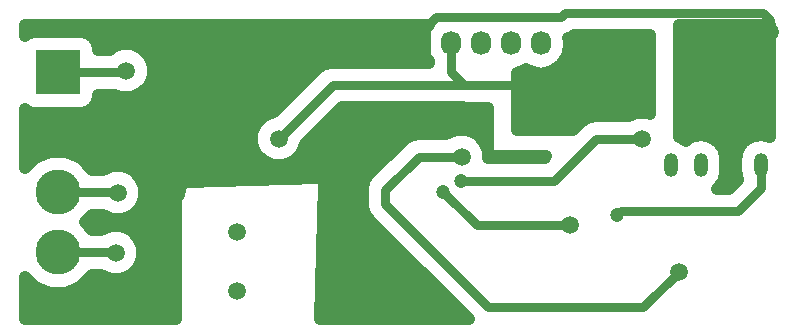
<source format=gbr>
G04 #@! TF.FileFunction,Copper,L2,Bot,Signal*
%FSLAX46Y46*%
G04 Gerber Fmt 4.6, Leading zero omitted, Abs format (unit mm)*
G04 Created by KiCad (PCBNEW 4.0.6) date Monday, 04 July 2022 'AMt' 08:15:58*
%MOMM*%
%LPD*%
G01*
G04 APERTURE LIST*
%ADD10C,0.100000*%
%ADD11O,1.200000X2.000000*%
%ADD12C,1.500000*%
%ADD13R,1.727200X2.032000*%
%ADD14O,1.727200X2.032000*%
%ADD15C,3.810000*%
%ADD16R,3.810000X3.810000*%
%ADD17C,1.200000*%
%ADD18C,0.800000*%
%ADD19C,1.000000*%
G04 APERTURE END LIST*
D10*
D11*
X64530000Y15180000D03*
X61990000Y15180000D03*
X59450000Y15180000D03*
X56910000Y15180000D03*
D12*
X20190000Y4490000D03*
X20190000Y9490000D03*
D13*
X35770000Y25490000D03*
D14*
X38310000Y25490000D03*
X40850000Y25490000D03*
X43390000Y25490000D03*
X45930000Y25490000D03*
D15*
X5010000Y17940000D03*
X5010000Y12860000D03*
D16*
X5010000Y23020000D03*
D15*
X5010000Y7780000D03*
D17*
X37640000Y12920000D03*
D12*
X48360000Y10090000D03*
X65340000Y26480000D03*
X58900000Y19130000D03*
X49340000Y25530000D03*
X23730000Y17410000D03*
X10820000Y23160000D03*
D17*
X52330000Y10920000D03*
D12*
X54450000Y17350000D03*
D17*
X39130000Y13870000D03*
D12*
X57580000Y6170000D03*
X39200000Y15890000D03*
X10090000Y12840000D03*
X9940000Y7770000D03*
D18*
X37640000Y12920000D02*
X37670000Y12920000D01*
X40500000Y10090000D02*
X48360000Y10090000D01*
X37670000Y12920000D02*
X40500000Y10090000D01*
X35770000Y25490000D02*
X35770000Y26400000D01*
X35770000Y26400000D02*
X37070000Y27700000D01*
X65340000Y27430000D02*
X65340000Y26480000D01*
X64690000Y28080000D02*
X65340000Y27430000D01*
X48000000Y28080000D02*
X64690000Y28080000D01*
X47620000Y27700000D02*
X48000000Y28080000D01*
X37070000Y27700000D02*
X47620000Y27700000D01*
X5010000Y17940000D02*
X20650000Y17940000D01*
X28200000Y25490000D02*
X35770000Y25490000D01*
X20650000Y17940000D02*
X28200000Y25490000D01*
X65340000Y25570000D02*
X65340000Y26480000D01*
X58900000Y19130000D02*
X65340000Y25570000D01*
X49300000Y25490000D02*
X49300000Y22250000D01*
X49340000Y25530000D02*
X49300000Y25490000D01*
X28285000Y21965000D02*
X39415000Y21965000D01*
X23730000Y17410000D02*
X28285000Y21965000D01*
X49300000Y22250000D02*
X48990000Y21940000D01*
X48990000Y21940000D02*
X39440000Y21940000D01*
X39440000Y21940000D02*
X39415000Y21965000D01*
X38310000Y23070000D02*
X38310000Y25490000D01*
X39415000Y21965000D02*
X38310000Y23070000D01*
X5010000Y23020000D02*
X10680000Y23020000D01*
X10680000Y23020000D02*
X10820000Y23160000D01*
X64530000Y13210000D02*
X64530000Y15180000D01*
X62610000Y11290000D02*
X64530000Y13210000D01*
X52700000Y11290000D02*
X62610000Y11290000D01*
X52330000Y10920000D02*
X52700000Y11290000D01*
X47030000Y13870000D02*
X39130000Y13870000D01*
X50590000Y17430000D02*
X47030000Y13870000D01*
X54370000Y17430000D02*
X50590000Y17430000D01*
X54450000Y17350000D02*
X54370000Y17430000D01*
X39170000Y13830000D02*
X39170000Y13720000D01*
X39130000Y13870000D02*
X39170000Y13830000D01*
X35560000Y15890000D02*
X39200000Y15890000D01*
X32740000Y13070000D02*
X35560000Y15890000D01*
X32740000Y11880000D02*
X32740000Y13070000D01*
X41460000Y3160000D02*
X32740000Y11880000D01*
X54570000Y3160000D02*
X41460000Y3160000D01*
X57580000Y6170000D02*
X54570000Y3160000D01*
X39200000Y15890000D02*
X39320000Y15890000D01*
X10070000Y12860000D02*
X5010000Y12860000D01*
X10090000Y12840000D02*
X10070000Y12860000D01*
X5010000Y7780000D02*
X9930000Y7780000D01*
X9930000Y7780000D02*
X9940000Y7770000D01*
D19*
G36*
X55130000Y19503903D02*
X54899516Y19599608D01*
X54004411Y19600390D01*
X53350018Y19330000D01*
X50590000Y19330000D01*
X49862901Y19185371D01*
X49246497Y18773503D01*
X48630177Y18157183D01*
X43860000Y18141632D01*
X43860000Y23018198D01*
X44294511Y23104627D01*
X44660000Y23348839D01*
X45025489Y23104627D01*
X45930000Y22924709D01*
X46834511Y23104627D01*
X47601318Y23616991D01*
X48113682Y24383798D01*
X48293600Y25288309D01*
X48293600Y25691691D01*
X48247239Y25924766D01*
X48347099Y25944629D01*
X48699357Y26180000D01*
X55130000Y26180000D01*
X55130000Y19503903D01*
X55130000Y19503903D01*
G37*
X55130000Y19503903D02*
X54899516Y19599608D01*
X54004411Y19600390D01*
X53350018Y19330000D01*
X50590000Y19330000D01*
X49862901Y19185371D01*
X49246497Y18773503D01*
X48630177Y18157183D01*
X43860000Y18141632D01*
X43860000Y23018198D01*
X44294511Y23104627D01*
X44660000Y23348839D01*
X45025489Y23104627D01*
X45930000Y22924709D01*
X46834511Y23104627D01*
X47601318Y23616991D01*
X48113682Y24383798D01*
X48293600Y25288309D01*
X48293600Y25691691D01*
X48247239Y25924766D01*
X48347099Y25944629D01*
X48699357Y26180000D01*
X55130000Y26180000D01*
X55130000Y19503903D01*
G36*
X36126318Y26596202D02*
X35946400Y25691691D01*
X35946400Y25288309D01*
X36126318Y24383798D01*
X36410000Y23959238D01*
X36410000Y23865000D01*
X28285000Y23865000D01*
X27557902Y23720372D01*
X26941497Y23308503D01*
X23293376Y19660382D01*
X23284411Y19660390D01*
X22457142Y19318569D01*
X21823655Y18686187D01*
X21480392Y17859516D01*
X21479610Y16964411D01*
X21821431Y16137142D01*
X22453813Y15503655D01*
X23280484Y15160392D01*
X24175589Y15159610D01*
X25002858Y15501431D01*
X25636345Y16133813D01*
X25979608Y16960484D01*
X25979619Y16972613D01*
X29072006Y20065000D01*
X39314317Y20065000D01*
X39440000Y20040000D01*
X41450000Y20040000D01*
X41450000Y16420000D01*
X41489393Y16225472D01*
X41601365Y16061596D01*
X41768271Y15954195D01*
X41950000Y15920000D01*
X46392994Y15920000D01*
X46242994Y15770000D01*
X41449896Y15770000D01*
X41450390Y16335589D01*
X41108569Y17162858D01*
X40476187Y17796345D01*
X39649516Y18139608D01*
X38754411Y18140390D01*
X37927142Y17798569D01*
X37918558Y17790000D01*
X35560000Y17790000D01*
X34832901Y17645371D01*
X34390847Y17350000D01*
X34216497Y17233503D01*
X31396497Y14413503D01*
X30984629Y13797099D01*
X30840000Y13070000D01*
X30840000Y11880000D01*
X30984629Y11152901D01*
X31360486Y10590392D01*
X31396497Y10536497D01*
X39797994Y2135000D01*
X27260890Y2135000D01*
X27519871Y13548658D01*
X27481236Y13753032D01*
X27369797Y13917271D01*
X27203239Y14025213D01*
X27007809Y14059851D01*
X15937809Y13789851D01*
X15692212Y13718422D01*
X15545842Y13584375D01*
X15463156Y13403942D01*
X15293976Y12681082D01*
X15146447Y12533553D01*
X15039393Y12374528D01*
X15000000Y12180000D01*
X15000000Y2135000D01*
X2235000Y2135000D01*
X2235000Y5740242D01*
X3078704Y4895065D01*
X4329732Y4375592D01*
X5684325Y4374410D01*
X6936258Y4891698D01*
X7894935Y5848704D01*
X7907930Y5880000D01*
X8647497Y5880000D01*
X8663813Y5863655D01*
X9490484Y5520392D01*
X10385589Y5519610D01*
X11212858Y5861431D01*
X11846345Y6493813D01*
X12189608Y7320484D01*
X12190390Y8215589D01*
X11848569Y9042858D01*
X11216187Y9676345D01*
X10389516Y10019608D01*
X9494411Y10020390D01*
X8670605Y9680000D01*
X7909152Y9680000D01*
X7898302Y9706258D01*
X7285399Y10320231D01*
X7894935Y10928704D01*
X7907930Y10960000D01*
X8787514Y10960000D01*
X8813813Y10933655D01*
X9640484Y10590392D01*
X10535589Y10589610D01*
X11362858Y10931431D01*
X11996345Y11563813D01*
X12339608Y12390484D01*
X12340390Y13285589D01*
X11998569Y14112858D01*
X11366187Y14746345D01*
X10539516Y15089608D01*
X9644411Y15090390D01*
X8844807Y14760000D01*
X7909152Y14760000D01*
X7898302Y14786258D01*
X6941296Y15744935D01*
X5690268Y16264408D01*
X4335675Y16265590D01*
X3083742Y15748302D01*
X2235000Y14901039D01*
X2235000Y19893996D01*
X2509983Y19706108D01*
X3105000Y19585614D01*
X6915000Y19585614D01*
X7470867Y19690207D01*
X7981396Y20018724D01*
X8323892Y20519983D01*
X8444386Y21115000D01*
X8444386Y21120000D01*
X9865691Y21120000D01*
X10370484Y20910392D01*
X11265589Y20909610D01*
X12092858Y21251431D01*
X12726345Y21883813D01*
X13069608Y22710484D01*
X13070390Y23605589D01*
X12728569Y24432858D01*
X12096187Y25066345D01*
X11269516Y25409608D01*
X10374411Y25410390D01*
X9547142Y25068569D01*
X9398313Y24920000D01*
X8444386Y24920000D01*
X8444386Y24925000D01*
X8339793Y25480867D01*
X8011276Y25991396D01*
X7510017Y26333892D01*
X6915000Y26454386D01*
X3105000Y26454386D01*
X2549133Y26349793D01*
X2235000Y26147654D01*
X2235000Y27075000D01*
X36446241Y27075000D01*
X36126318Y26596202D01*
X36126318Y26596202D01*
G37*
X36126318Y26596202D02*
X35946400Y25691691D01*
X35946400Y25288309D01*
X36126318Y24383798D01*
X36410000Y23959238D01*
X36410000Y23865000D01*
X28285000Y23865000D01*
X27557902Y23720372D01*
X26941497Y23308503D01*
X23293376Y19660382D01*
X23284411Y19660390D01*
X22457142Y19318569D01*
X21823655Y18686187D01*
X21480392Y17859516D01*
X21479610Y16964411D01*
X21821431Y16137142D01*
X22453813Y15503655D01*
X23280484Y15160392D01*
X24175589Y15159610D01*
X25002858Y15501431D01*
X25636345Y16133813D01*
X25979608Y16960484D01*
X25979619Y16972613D01*
X29072006Y20065000D01*
X39314317Y20065000D01*
X39440000Y20040000D01*
X41450000Y20040000D01*
X41450000Y16420000D01*
X41489393Y16225472D01*
X41601365Y16061596D01*
X41768271Y15954195D01*
X41950000Y15920000D01*
X46392994Y15920000D01*
X46242994Y15770000D01*
X41449896Y15770000D01*
X41450390Y16335589D01*
X41108569Y17162858D01*
X40476187Y17796345D01*
X39649516Y18139608D01*
X38754411Y18140390D01*
X37927142Y17798569D01*
X37918558Y17790000D01*
X35560000Y17790000D01*
X34832901Y17645371D01*
X34390847Y17350000D01*
X34216497Y17233503D01*
X31396497Y14413503D01*
X30984629Y13797099D01*
X30840000Y13070000D01*
X30840000Y11880000D01*
X30984629Y11152901D01*
X31360486Y10590392D01*
X31396497Y10536497D01*
X39797994Y2135000D01*
X27260890Y2135000D01*
X27519871Y13548658D01*
X27481236Y13753032D01*
X27369797Y13917271D01*
X27203239Y14025213D01*
X27007809Y14059851D01*
X15937809Y13789851D01*
X15692212Y13718422D01*
X15545842Y13584375D01*
X15463156Y13403942D01*
X15293976Y12681082D01*
X15146447Y12533553D01*
X15039393Y12374528D01*
X15000000Y12180000D01*
X15000000Y2135000D01*
X2235000Y2135000D01*
X2235000Y5740242D01*
X3078704Y4895065D01*
X4329732Y4375592D01*
X5684325Y4374410D01*
X6936258Y4891698D01*
X7894935Y5848704D01*
X7907930Y5880000D01*
X8647497Y5880000D01*
X8663813Y5863655D01*
X9490484Y5520392D01*
X10385589Y5519610D01*
X11212858Y5861431D01*
X11846345Y6493813D01*
X12189608Y7320484D01*
X12190390Y8215589D01*
X11848569Y9042858D01*
X11216187Y9676345D01*
X10389516Y10019608D01*
X9494411Y10020390D01*
X8670605Y9680000D01*
X7909152Y9680000D01*
X7898302Y9706258D01*
X7285399Y10320231D01*
X7894935Y10928704D01*
X7907930Y10960000D01*
X8787514Y10960000D01*
X8813813Y10933655D01*
X9640484Y10590392D01*
X10535589Y10589610D01*
X11362858Y10931431D01*
X11996345Y11563813D01*
X12339608Y12390484D01*
X12340390Y13285589D01*
X11998569Y14112858D01*
X11366187Y14746345D01*
X10539516Y15089608D01*
X9644411Y15090390D01*
X8844807Y14760000D01*
X7909152Y14760000D01*
X7898302Y14786258D01*
X6941296Y15744935D01*
X5690268Y16264408D01*
X4335675Y16265590D01*
X3083742Y15748302D01*
X2235000Y14901039D01*
X2235000Y19893996D01*
X2509983Y19706108D01*
X3105000Y19585614D01*
X6915000Y19585614D01*
X7470867Y19690207D01*
X7981396Y20018724D01*
X8323892Y20519983D01*
X8444386Y21115000D01*
X8444386Y21120000D01*
X9865691Y21120000D01*
X10370484Y20910392D01*
X11265589Y20909610D01*
X12092858Y21251431D01*
X12726345Y21883813D01*
X13069608Y22710484D01*
X13070390Y23605589D01*
X12728569Y24432858D01*
X12096187Y25066345D01*
X11269516Y25409608D01*
X10374411Y25410390D01*
X9547142Y25068569D01*
X9398313Y24920000D01*
X8444386Y24920000D01*
X8444386Y24925000D01*
X8339793Y25480867D01*
X8011276Y25991396D01*
X7510017Y26333892D01*
X6915000Y26454386D01*
X3105000Y26454386D01*
X2549133Y26349793D01*
X2235000Y26147654D01*
X2235000Y27075000D01*
X36446241Y27075000D01*
X36126318Y26596202D01*
G36*
X65315000Y17572832D02*
X64530000Y17728978D01*
X63726365Y17569125D01*
X63045076Y17113902D01*
X62589853Y16432613D01*
X62430000Y15628978D01*
X62430000Y14731022D01*
X62584963Y13951969D01*
X61822994Y13190000D01*
X60850967Y13190000D01*
X60934924Y13246098D01*
X61390147Y13927387D01*
X61550000Y14731022D01*
X61550000Y15628978D01*
X61390147Y16432613D01*
X60934924Y17113902D01*
X60253635Y17569125D01*
X59450000Y17728978D01*
X58646365Y17569125D01*
X58180000Y17257510D01*
X57713635Y17569125D01*
X57610000Y17589739D01*
X57610000Y27075000D01*
X65315000Y27075000D01*
X65315000Y17572832D01*
X65315000Y17572832D01*
G37*
X65315000Y17572832D02*
X64530000Y17728978D01*
X63726365Y17569125D01*
X63045076Y17113902D01*
X62589853Y16432613D01*
X62430000Y15628978D01*
X62430000Y14731022D01*
X62584963Y13951969D01*
X61822994Y13190000D01*
X60850967Y13190000D01*
X60934924Y13246098D01*
X61390147Y13927387D01*
X61550000Y14731022D01*
X61550000Y15628978D01*
X61390147Y16432613D01*
X60934924Y17113902D01*
X60253635Y17569125D01*
X59450000Y17728978D01*
X58646365Y17569125D01*
X58180000Y17257510D01*
X57713635Y17569125D01*
X57610000Y17589739D01*
X57610000Y27075000D01*
X65315000Y27075000D01*
X65315000Y17572832D01*
M02*

</source>
